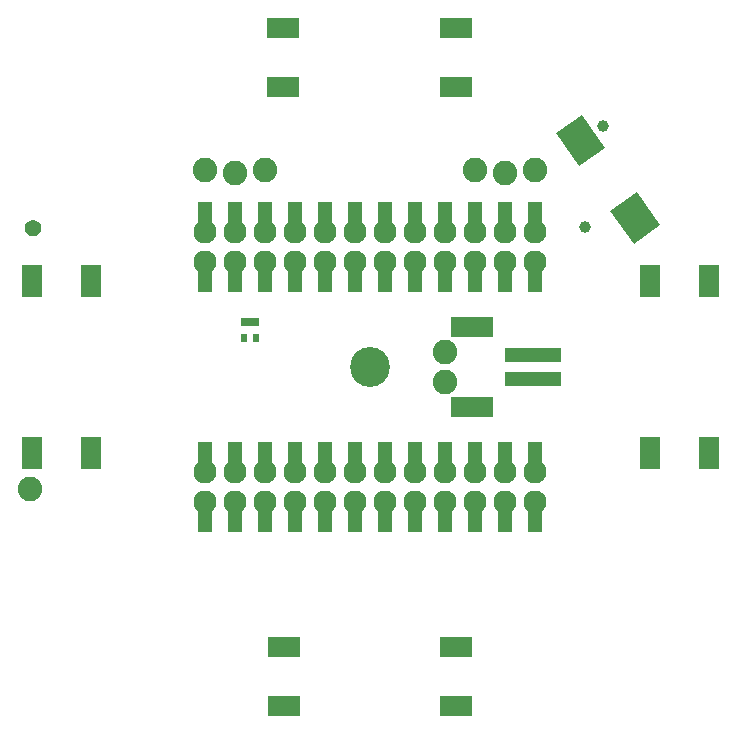
<source format=gbs>
G75*
%MOIN*%
%OFA0B0*%
%FSLAX25Y25*%
%IPPOS*%
%LPD*%
%AMOC8*
5,1,8,0,0,1.08239X$1,22.5*
%
%ADD10C,0.13300*%
%ADD11C,0.01600*%
%ADD12R,0.07099X0.10800*%
%ADD13R,0.10800X0.07099*%
%ADD14R,0.18910X0.04737*%
%ADD15R,0.14186X0.07099*%
%ADD16R,0.01981X0.02572*%
%ADD17C,0.08200*%
%ADD18R,0.13398X0.10643*%
%ADD19C,0.03950*%
%ADD20C,0.07700*%
%ADD21R,0.04700X0.08000*%
D10*
X0136400Y0131400D03*
D11*
X0025722Y0176919D02*
X0025507Y0176578D01*
X0025222Y0176293D01*
X0024881Y0176078D01*
X0024501Y0175945D01*
X0024100Y0175900D01*
X0023900Y0175900D01*
X0023499Y0175945D01*
X0023119Y0176078D01*
X0022778Y0176293D01*
X0022493Y0176578D01*
X0022278Y0176919D01*
X0022145Y0177299D01*
X0022100Y0177700D01*
X0022145Y0178101D01*
X0022278Y0178481D01*
X0022493Y0178822D01*
X0022778Y0179107D01*
X0023119Y0179322D01*
X0023499Y0179455D01*
X0023900Y0179500D01*
X0024100Y0179500D01*
X0024501Y0179455D01*
X0024881Y0179322D01*
X0025222Y0179107D01*
X0025507Y0178822D01*
X0025722Y0178481D01*
X0025855Y0178101D01*
X0025900Y0177700D01*
X0025855Y0177299D01*
X0025722Y0176919D01*
X0025833Y0177236D02*
X0022167Y0177236D01*
X0022505Y0178835D02*
X0025495Y0178835D01*
D12*
X0023957Y0160140D03*
X0043643Y0160140D03*
X0043643Y0102660D03*
X0023957Y0102660D03*
X0229757Y0102660D03*
X0249443Y0102660D03*
X0249443Y0160140D03*
X0229757Y0160140D03*
D13*
X0165040Y0224757D03*
X0165040Y0244443D03*
X0107560Y0244443D03*
X0107560Y0224757D03*
X0107660Y0038043D03*
X0107660Y0018357D03*
X0165140Y0018357D03*
X0165140Y0038043D03*
D14*
X0190967Y0127463D03*
X0190967Y0135337D03*
D15*
X0170494Y0144786D03*
X0170494Y0118014D03*
D16*
X0098369Y0141085D03*
X0094431Y0141085D03*
X0094431Y0146400D03*
X0096400Y0146400D03*
X0098369Y0146400D03*
D17*
X0091400Y0195900D03*
X0081400Y0196900D03*
X0101400Y0196900D03*
X0161400Y0136400D03*
X0161400Y0126400D03*
X0171400Y0196900D03*
X0181400Y0195900D03*
X0191400Y0196900D03*
X0023100Y0090500D03*
D18*
G36*
X0206251Y0198261D02*
X0198566Y0209235D01*
X0207283Y0215339D01*
X0214968Y0204365D01*
X0206251Y0198261D01*
G37*
G36*
X0224317Y0172461D02*
X0216632Y0183435D01*
X0225349Y0189539D01*
X0233034Y0178565D01*
X0224317Y0172461D01*
G37*
D19*
X0208303Y0177837D03*
X0214249Y0211558D03*
D20*
X0191400Y0176400D03*
X0191400Y0166400D03*
X0181400Y0166400D03*
X0181400Y0176400D03*
X0171400Y0176400D03*
X0161400Y0176400D03*
X0161400Y0166400D03*
X0171400Y0166400D03*
X0151400Y0166400D03*
X0151400Y0176400D03*
X0141400Y0176400D03*
X0131400Y0176400D03*
X0131400Y0166400D03*
X0141400Y0166400D03*
X0121400Y0166400D03*
X0121400Y0176400D03*
X0111400Y0176400D03*
X0101400Y0176400D03*
X0101400Y0166400D03*
X0111400Y0166400D03*
X0091400Y0166400D03*
X0091400Y0176400D03*
X0081400Y0176400D03*
X0081400Y0166400D03*
X0081400Y0096400D03*
X0081400Y0086400D03*
X0091400Y0086400D03*
X0091400Y0096400D03*
X0101400Y0096400D03*
X0111400Y0096400D03*
X0111400Y0086400D03*
X0101400Y0086400D03*
X0121400Y0086400D03*
X0121400Y0096400D03*
X0131400Y0096400D03*
X0141400Y0096400D03*
X0141400Y0086400D03*
X0131400Y0086400D03*
X0151400Y0086400D03*
X0151400Y0096400D03*
X0161400Y0096400D03*
X0171400Y0096400D03*
X0171400Y0086400D03*
X0161400Y0086400D03*
X0181400Y0086400D03*
X0181400Y0096400D03*
X0191400Y0096400D03*
X0191400Y0086400D03*
D21*
X0081400Y0080400D03*
X0091400Y0080400D03*
X0101400Y0080400D03*
X0111400Y0080400D03*
X0121400Y0080400D03*
X0131400Y0080400D03*
X0141400Y0080400D03*
X0151400Y0080400D03*
X0161400Y0080400D03*
X0171400Y0080400D03*
X0181400Y0080400D03*
X0191400Y0080400D03*
X0191400Y0102400D03*
X0181400Y0102400D03*
X0171400Y0102400D03*
X0161400Y0102400D03*
X0151400Y0102400D03*
X0141400Y0102400D03*
X0131400Y0102400D03*
X0121400Y0102400D03*
X0111400Y0102400D03*
X0101400Y0102400D03*
X0091400Y0102400D03*
X0081400Y0102400D03*
X0081400Y0160400D03*
X0091400Y0160400D03*
X0101400Y0160400D03*
X0111400Y0160400D03*
X0121400Y0160400D03*
X0131400Y0160400D03*
X0141400Y0160400D03*
X0151400Y0160400D03*
X0161400Y0160400D03*
X0171400Y0160400D03*
X0181400Y0160400D03*
X0191400Y0160400D03*
X0191400Y0182400D03*
X0181400Y0182400D03*
X0171400Y0182400D03*
X0161400Y0182400D03*
X0151400Y0182400D03*
X0141400Y0182400D03*
X0131400Y0182400D03*
X0121400Y0182400D03*
X0111400Y0182400D03*
X0101400Y0182400D03*
X0091400Y0182400D03*
X0081400Y0182400D03*
M02*

</source>
